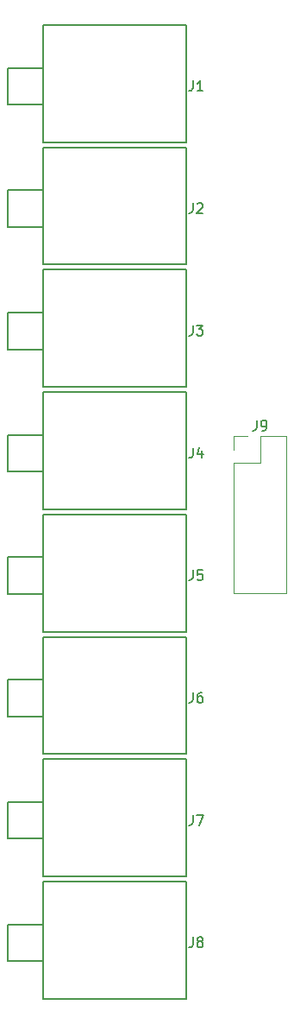
<source format=gbr>
G04 #@! TF.GenerationSoftware,KiCad,Pcbnew,(5.1.5)-3*
G04 #@! TF.CreationDate,2020-07-27T18:32:53-07:00*
G04 #@! TF.ProjectId,Patch_Bay,50617463-685f-4426-9179-2e6b69636164,rev?*
G04 #@! TF.SameCoordinates,Original*
G04 #@! TF.FileFunction,Legend,Top*
G04 #@! TF.FilePolarity,Positive*
%FSLAX46Y46*%
G04 Gerber Fmt 4.6, Leading zero omitted, Abs format (unit mm)*
G04 Created by KiCad (PCBNEW (5.1.5)-3) date 2020-07-27 18:32:53*
%MOMM*%
%LPD*%
G04 APERTURE LIST*
%ADD10C,0.150000*%
%ADD11C,0.120000*%
G04 APERTURE END LIST*
D10*
X0Y-2000000D02*
X14000000Y-2000000D01*
X14000000Y-2000000D02*
X14000000Y-13500000D01*
X14000000Y-13500000D02*
X0Y-13500000D01*
X0Y-13500000D02*
X0Y-2000000D01*
X0Y-6200000D02*
X-3500000Y-6200000D01*
X-3500000Y-6200000D02*
X-3500000Y-9800000D01*
X0Y-9800000D02*
X-3500000Y-9800000D01*
X0Y-21800000D02*
X-3500000Y-21800000D01*
X-3500000Y-18200000D02*
X-3500000Y-21800000D01*
X0Y-18200000D02*
X-3500000Y-18200000D01*
X0Y-25500000D02*
X0Y-14000000D01*
X14000000Y-25500000D02*
X0Y-25500000D01*
X14000000Y-14000000D02*
X14000000Y-25500000D01*
X0Y-14000000D02*
X14000000Y-14000000D01*
X0Y-26000000D02*
X14000000Y-26000000D01*
X14000000Y-26000000D02*
X14000000Y-37500000D01*
X14000000Y-37500000D02*
X0Y-37500000D01*
X0Y-37500000D02*
X0Y-26000000D01*
X0Y-30200000D02*
X-3500000Y-30200000D01*
X-3500000Y-30200000D02*
X-3500000Y-33800000D01*
X0Y-33800000D02*
X-3500000Y-33800000D01*
X0Y-45800000D02*
X-3500000Y-45800000D01*
X-3500000Y-42200000D02*
X-3500000Y-45800000D01*
X0Y-42200000D02*
X-3500000Y-42200000D01*
X0Y-49500000D02*
X0Y-38000000D01*
X14000000Y-49500000D02*
X0Y-49500000D01*
X14000000Y-38000000D02*
X14000000Y-49500000D01*
X0Y-38000000D02*
X14000000Y-38000000D01*
X0Y-50000000D02*
X14000000Y-50000000D01*
X14000000Y-50000000D02*
X14000000Y-61500000D01*
X14000000Y-61500000D02*
X0Y-61500000D01*
X0Y-61500000D02*
X0Y-50000000D01*
X0Y-54200000D02*
X-3500000Y-54200000D01*
X-3500000Y-54200000D02*
X-3500000Y-57800000D01*
X0Y-57800000D02*
X-3500000Y-57800000D01*
X0Y-69800000D02*
X-3500000Y-69800000D01*
X-3500000Y-66200000D02*
X-3500000Y-69800000D01*
X0Y-66200000D02*
X-3500000Y-66200000D01*
X0Y-73500000D02*
X0Y-62000000D01*
X14000000Y-73500000D02*
X0Y-73500000D01*
X14000000Y-62000000D02*
X14000000Y-73500000D01*
X0Y-62000000D02*
X14000000Y-62000000D01*
X0Y-74000000D02*
X14000000Y-74000000D01*
X14000000Y-74000000D02*
X14000000Y-85500000D01*
X14000000Y-85500000D02*
X0Y-85500000D01*
X0Y-85500000D02*
X0Y-74000000D01*
X0Y-78200000D02*
X-3500000Y-78200000D01*
X-3500000Y-78200000D02*
X-3500000Y-81800000D01*
X0Y-81800000D02*
X-3500000Y-81800000D01*
X0Y-93800000D02*
X-3500000Y-93800000D01*
X-3500000Y-90200000D02*
X-3500000Y-93800000D01*
X0Y-90200000D02*
X-3500000Y-90200000D01*
X0Y-97500000D02*
X0Y-86000000D01*
X14000000Y-97500000D02*
X0Y-97500000D01*
X14000000Y-86000000D02*
X14000000Y-97500000D01*
X0Y-86000000D02*
X14000000Y-86000000D01*
D11*
X18670000Y-42320000D02*
X20000000Y-42320000D01*
X18670000Y-43650000D02*
X18670000Y-42320000D01*
X21270000Y-42320000D02*
X23870000Y-42320000D01*
X21270000Y-44920000D02*
X21270000Y-42320000D01*
X18670000Y-44920000D02*
X21270000Y-44920000D01*
X23870000Y-42320000D02*
X23870000Y-57680000D01*
X18670000Y-44920000D02*
X18670000Y-57680000D01*
X18670000Y-57680000D02*
X23870000Y-57680000D01*
D10*
X14666666Y-7452380D02*
X14666666Y-8166666D01*
X14619047Y-8309523D01*
X14523809Y-8404761D01*
X14380952Y-8452380D01*
X14285714Y-8452380D01*
X15666666Y-8452380D02*
X15095238Y-8452380D01*
X15380952Y-8452380D02*
X15380952Y-7452380D01*
X15285714Y-7595238D01*
X15190476Y-7690476D01*
X15095238Y-7738095D01*
X14666666Y-19452380D02*
X14666666Y-20166666D01*
X14619047Y-20309523D01*
X14523809Y-20404761D01*
X14380952Y-20452380D01*
X14285714Y-20452380D01*
X15095238Y-19547619D02*
X15142857Y-19500000D01*
X15238095Y-19452380D01*
X15476190Y-19452380D01*
X15571428Y-19500000D01*
X15619047Y-19547619D01*
X15666666Y-19642857D01*
X15666666Y-19738095D01*
X15619047Y-19880952D01*
X15047619Y-20452380D01*
X15666666Y-20452380D01*
X14666666Y-31452380D02*
X14666666Y-32166666D01*
X14619047Y-32309523D01*
X14523809Y-32404761D01*
X14380952Y-32452380D01*
X14285714Y-32452380D01*
X15047619Y-31452380D02*
X15666666Y-31452380D01*
X15333333Y-31833333D01*
X15476190Y-31833333D01*
X15571428Y-31880952D01*
X15619047Y-31928571D01*
X15666666Y-32023809D01*
X15666666Y-32261904D01*
X15619047Y-32357142D01*
X15571428Y-32404761D01*
X15476190Y-32452380D01*
X15190476Y-32452380D01*
X15095238Y-32404761D01*
X15047619Y-32357142D01*
X14666666Y-43452380D02*
X14666666Y-44166666D01*
X14619047Y-44309523D01*
X14523809Y-44404761D01*
X14380952Y-44452380D01*
X14285714Y-44452380D01*
X15571428Y-43785714D02*
X15571428Y-44452380D01*
X15333333Y-43404761D02*
X15095238Y-44119047D01*
X15714285Y-44119047D01*
X14666666Y-55452380D02*
X14666666Y-56166666D01*
X14619047Y-56309523D01*
X14523809Y-56404761D01*
X14380952Y-56452380D01*
X14285714Y-56452380D01*
X15619047Y-55452380D02*
X15142857Y-55452380D01*
X15095238Y-55928571D01*
X15142857Y-55880952D01*
X15238095Y-55833333D01*
X15476190Y-55833333D01*
X15571428Y-55880952D01*
X15619047Y-55928571D01*
X15666666Y-56023809D01*
X15666666Y-56261904D01*
X15619047Y-56357142D01*
X15571428Y-56404761D01*
X15476190Y-56452380D01*
X15238095Y-56452380D01*
X15142857Y-56404761D01*
X15095238Y-56357142D01*
X14666666Y-67452380D02*
X14666666Y-68166666D01*
X14619047Y-68309523D01*
X14523809Y-68404761D01*
X14380952Y-68452380D01*
X14285714Y-68452380D01*
X15571428Y-67452380D02*
X15380952Y-67452380D01*
X15285714Y-67500000D01*
X15238095Y-67547619D01*
X15142857Y-67690476D01*
X15095238Y-67880952D01*
X15095238Y-68261904D01*
X15142857Y-68357142D01*
X15190476Y-68404761D01*
X15285714Y-68452380D01*
X15476190Y-68452380D01*
X15571428Y-68404761D01*
X15619047Y-68357142D01*
X15666666Y-68261904D01*
X15666666Y-68023809D01*
X15619047Y-67928571D01*
X15571428Y-67880952D01*
X15476190Y-67833333D01*
X15285714Y-67833333D01*
X15190476Y-67880952D01*
X15142857Y-67928571D01*
X15095238Y-68023809D01*
X14666666Y-79452380D02*
X14666666Y-80166666D01*
X14619047Y-80309523D01*
X14523809Y-80404761D01*
X14380952Y-80452380D01*
X14285714Y-80452380D01*
X15047619Y-79452380D02*
X15714285Y-79452380D01*
X15285714Y-80452380D01*
X14666666Y-91452380D02*
X14666666Y-92166666D01*
X14619047Y-92309523D01*
X14523809Y-92404761D01*
X14380952Y-92452380D01*
X14285714Y-92452380D01*
X15285714Y-91880952D02*
X15190476Y-91833333D01*
X15142857Y-91785714D01*
X15095238Y-91690476D01*
X15095238Y-91642857D01*
X15142857Y-91547619D01*
X15190476Y-91500000D01*
X15285714Y-91452380D01*
X15476190Y-91452380D01*
X15571428Y-91500000D01*
X15619047Y-91547619D01*
X15666666Y-91642857D01*
X15666666Y-91690476D01*
X15619047Y-91785714D01*
X15571428Y-91833333D01*
X15476190Y-91880952D01*
X15285714Y-91880952D01*
X15190476Y-91928571D01*
X15142857Y-91976190D01*
X15095238Y-92071428D01*
X15095238Y-92261904D01*
X15142857Y-92357142D01*
X15190476Y-92404761D01*
X15285714Y-92452380D01*
X15476190Y-92452380D01*
X15571428Y-92404761D01*
X15619047Y-92357142D01*
X15666666Y-92261904D01*
X15666666Y-92071428D01*
X15619047Y-91976190D01*
X15571428Y-91928571D01*
X15476190Y-91880952D01*
X20936666Y-40772380D02*
X20936666Y-41486666D01*
X20889047Y-41629523D01*
X20793809Y-41724761D01*
X20650952Y-41772380D01*
X20555714Y-41772380D01*
X21460476Y-41772380D02*
X21650952Y-41772380D01*
X21746190Y-41724761D01*
X21793809Y-41677142D01*
X21889047Y-41534285D01*
X21936666Y-41343809D01*
X21936666Y-40962857D01*
X21889047Y-40867619D01*
X21841428Y-40820000D01*
X21746190Y-40772380D01*
X21555714Y-40772380D01*
X21460476Y-40820000D01*
X21412857Y-40867619D01*
X21365238Y-40962857D01*
X21365238Y-41200952D01*
X21412857Y-41296190D01*
X21460476Y-41343809D01*
X21555714Y-41391428D01*
X21746190Y-41391428D01*
X21841428Y-41343809D01*
X21889047Y-41296190D01*
X21936666Y-41200952D01*
M02*

</source>
